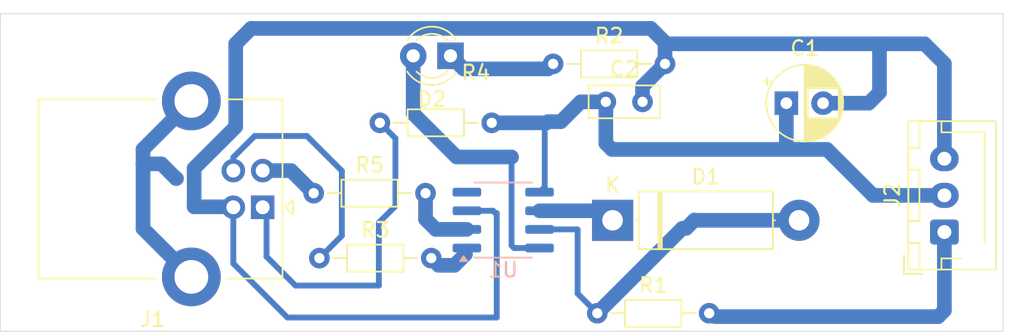
<source format=kicad_pcb>
(kicad_pcb (version 20240108) (generator "pcbnew") (generator_version "8.0")
  (layers (0 "F.Cu" signal) (31 "B.Cu" signal) (34 "B.Paste" user) (35 "F.Paste" user) (36 "B.SilkS" user "B.Silkscreen") (37 "F.SilkS" user "F.Silkscreen") (38 "B.Mask" user) (39 "F.Mask" user) (44 "Edge.Cuts" user))
  (net 0 "")
  (net 1 "Net-(D1-K)")
  (net 2 "Net-(D1-A)")
  (net 3 "Net-(D2-A)")
  (net 4 "Net-(D2-K)")
  (net 5 "Net-(J1-D+)")
  (net 6 "GND")
  (net 7 "Net-(J1-D-)")
  (net 8 "+5V")
  (net 9 "UPDI")
  (net 11 "Net-(J1-VBUS)")
  (net 12 "unconnected-(J1-Shield-Pad5)")
  (net 13 "Net-(U1-UD+)")
  (net 14 "Net-(U1-UD-)")
  (footprint "Connector_JST:JST_XH_B3B-XH-AM_1x03_P2.50mm_Vertical" (layer "F.Cu") (at 123.76 78.01 90)
    (property "Reference" "J2" (at 2.5 -3.55 90) (layer "F.SilkS"))
    (property "Value" "UPDI")
    (fp_line (start -1.6 -2.75) (end -2.85 -2.75) (stroke (width 0.12)) (layer "F.SilkS"))
    (fp_line (start -2.85 -2.75) (end -2.85 -1.5) (stroke (width 0.12)) (layer "F.SilkS"))
    (fp_line (start 7.56 -2.46) (end -2.56 -2.46) (stroke (width 0.12)) (layer "F.SilkS"))
    (fp_line (start -2.56 -2.46) (end -2.56 3.51) (stroke (width 0.12)) (layer "F.SilkS"))
    (fp_line (start 7.55 -2.45) (end 5.75 -2.45) (stroke (width 0.12)) (layer "F.SilkS"))
    (fp_line (start 5.75 -2.45) (end 5.75 -1.7) (stroke (width 0.12)) (layer "F.SilkS"))
    (fp_line (start 4.25 -2.45) (end 0.75 -2.45) (stroke (width 0.12)) (layer "F.SilkS"))
    (fp_line (start 0.75 -2.45) (end 0.75 -1.7) (stroke (width 0.12)) (layer "F.SilkS"))
    (fp_line (start -0.75 -2.45) (end -2.55 -2.45) (stroke (width 0.12)) (layer "F.SilkS"))
    (fp_line (start -2.55 -2.45) (end -2.55 -1.7) (stroke (width 0.12)) (layer "F.SilkS"))
    (fp_line (start 7.55 -1.7) (end 7.55 -2.45) (stroke (width 0.12)) (layer "F.SilkS"))
    (fp_line (start 5.75 -1.7) (end 7.55 -1.7) (stroke (width 0.12)) (layer "F.SilkS"))
    (fp_line (start 4.25 -1.7) (end 4.25 -2.45) (stroke (width 0.12)) (layer "F.SilkS"))
    (fp_line (start 0.75 -1.7) (end 4.25 -1.7) (stroke (width 0.12)) (layer "F.SilkS"))
    (fp_line (start -0.75 -1.7) (end -0.75 -2.45) (stroke (width 0.12)) (layer "F.SilkS"))
    (fp_line (start -2.55 -1.7) (end -0.75 -1.7) (stroke (width 0.12)) (layer "F.SilkS"))
    (fp_line (start 7.55 -0.2) (end 6.8 -0.2) (stroke (width 0.12)) (layer "F.SilkS"))
    (fp_line (start 6.8 -0.2) (end 6.8 2.75) (stroke (width 0.12)) (layer "F.SilkS"))
    (fp_line (start -1.8 -0.2) (end -1.8 1.14) (stroke (width 0.12)) (layer "F.SilkS"))
    (fp_line (start -2.55 -0.2) (end -1.8 -0.2) (stroke (width 0.12)) (layer "F.SilkS"))
    (fp_line (start 6.8 2.75) (end 2.5 2.75) (stroke (width 0.12)) (layer "F.SilkS"))
    (fp_line (start 2.5 2.75) (end -0.74 2.75) (stroke (width 0.12)) (layer "F.SilkS"))
    (fp_line (start 7.56 3.51) (end 7.56 -2.46) (stroke (width 0.12)) (layer "F.SilkS"))
    (fp_line (start -2.56 3.51) (end 7.56 3.51) (stroke (width 0.12)) (layer "F.SilkS"))
    (pad "" np_thru_hole circle (at -1.6 2 90) (size 1.2 1.2) (drill 1.2) (layers "*.Cu" "*.Mask"))
    (pad "1" thru_hole roundrect (at 0 0 90) (size 1.7 1.95) (drill 0.95) (layers "*.Cu" "*.Mask") (roundrect_rratio 0.147059) (net 9 "UPDI"))
    (pad "2" thru_hole oval (at 2.5 0 90) (size 1.7 1.95) (drill 0.95) (layers "*.Cu" "*.Mask") (net 8 "+5V"))
    (pad "3" thru_hole oval (at 5 0 90) (size 1.7 1.95) (drill 0.95) (layers "*.Cu" "*.Mask") (net 6 "GND"))
  )
  (footprint "Capacitor_THT:CP_Radial_D5.0mm_P2.50mm" (layer "F.Cu") (at 112.994888 69.22)
    (property "Reference" "C1" (at 1.25 -3.75 360) (layer "F.SilkS"))
    (property "Value" "220uf")
    (fp_line (start -1.554775 -1.475) (end -1.054775 -1.475) (stroke (width 0.12)) (layer "F.SilkS"))
    (fp_line (start -1.304775 -1.725) (end -1.304775 -1.225) (stroke (width 0.12)) (layer "F.SilkS"))
    (fp_line (start 1.25 -2.58) (end 1.25 2.58) (stroke (width 0.12)) (layer "F.SilkS"))
    (fp_line (start 1.29 -2.58) (end 1.29 2.58) (stroke (width 0.12)) (layer "F.SilkS"))
    (fp_line (start 1.33 -2.579) (end 1.33 2.579) (stroke (width 0.12)) (layer "F.SilkS"))
    (fp_line (start 1.37 -2.578) (end 1.37 2.578) (stroke (width 0.12)) (layer "F.SilkS"))
    (fp_line (start 1.41 -2.576) (end 1.41 2.576) (stroke (width 0.12)) (layer "F.SilkS"))
    (fp_line (start 1.45 -2.573) (end 1.45 2.573) (stroke (width 0.12)) (layer "F.SilkS"))
    (fp_line (start 1.49 -2.569) (end 1.49 -1.04) (stroke (width 0.12)) (layer "F.SilkS"))
    (fp_line (start 1.49 1.04) (end 1.49 2.569) (stroke (width 0.12)) (layer "F.SilkS"))
    (fp_line (start 1.53 -2.565) (end 1.53 -1.04) (stroke (width 0.12)) (layer "F.SilkS"))
    (fp_line (start 1.53 1.04) (end 1.53 2.565) (stroke (width 0.12)) (layer "F.SilkS"))
    (fp_line (start 1.57 -2.561) (end 1.57 -1.04) (stroke (width 0.12)) (layer "F.SilkS"))
    (fp_line (start 1.57 1.04) (end 1.57 2.561) (stroke (width 0.12)) (layer "F.SilkS"))
    (fp_line (start 1.61 -2.556) (end 1.61 -1.04) (stroke (width 0.12)) (layer "F.SilkS"))
    (fp_line (start 1.61 1.04) (end 1.61 2.556) (stroke (width 0.12)) (layer "F.SilkS"))
    (fp_line (start 1.65 -2.55) (end 1.65 -1.04) (stroke (width 0.12)) (layer "F.SilkS"))
    (fp_line (start 1.65 1.04) (end 1.65 2.55) (stroke (width 0.12)) (layer "F.SilkS"))
    (fp_line (start 1.69 -2.543) (end 1.69 -1.04) (stroke (width 0.12)) (layer "F.SilkS"))
    (fp_line (start 1.69 1.04) (end 1.69 2.543) (stroke (width 0.12)) (layer "F.SilkS"))
    (fp_line (start 1.73 -2.536) (end 1.73 -1.04) (stroke (width 0.12)) (layer "F.SilkS"))
    (fp_line (start 1.73 1.04) (end 1.73 2.536) (stroke (width 0.12)) (layer "F.SilkS"))
    (fp_line (start 1.77 -2.528) (end 1.77 -1.04) (stroke (width 0.12)) (layer "F.SilkS"))
    (fp_line (start 1.77 1.04) (end 1.77 2.528) (stroke (width 0.12)) (layer "F.SilkS"))
    (fp_line (start 1.81 -2.52) (end 1.81 -1.04) (stroke (width 0.12)) (layer "F.SilkS"))
    (fp_line (start 1.81 1.04) (end 1.81 2.52) (stroke (width 0.12)) (layer "F.SilkS"))
    (fp_line (start 1.85 -2.511) (end 1.85 -1.04) (stroke (width 0.12)) (layer "F.SilkS"))
    (fp_line (start 1.85 1.04) (end 1.85 2.511) (stroke (width 0.12)) (layer "F.SilkS"))
    (fp_line (start 1.89 -2.501) (end 1.89 -1.04) (stroke (width 0.12)) (layer "F.SilkS"))
    (fp_line (start 1.89 1.04) (end 1.89 2.501) (stroke (width 0.12)) (layer "F.SilkS"))
    (fp_line (start 1.93 -2.491) (end 1.93 -1.04) (stroke (width 0.12)) (layer "F.SilkS"))
    (fp_line (start 1.93 1.04) (end 1.93 2.491) (stroke (width 0.12)) (layer "F.SilkS"))
    (fp_line (start 1.971 -2.48) (end 1.971 -1.04) (stroke (width 0.12)) (layer "F.SilkS"))
    (fp_line (start 1.971 1.04) (end 1.971 2.48) (stroke (width 0.12)) (layer "F.SilkS"))
    (fp_line (start 2.011 -2.468) (end 2.011 -1.04) (stroke (width 0.12)) (layer "F.SilkS"))
    (fp_line (start 2.011 1.04) (end 2.011 2.468) (stroke (width 0.12)) (layer "F.SilkS"))
    (fp_line (start 2.051 -2.455) (end 2.051 -1.04) (stroke (width 0.12)) (layer "F.SilkS"))
    (fp_line (start 2.051 1.04) (end 2.051 2.455) (stroke (width 0.12)) (layer "F.SilkS"))
    (fp_line (start 2.091 -2.442) (end 2.091 -1.04) (stroke (width 0.12)) (layer "F.SilkS"))
    (fp_line (start 2.091 1.04) (end 2.091 2.442) (stroke (width 0.12)) (layer "F.SilkS"))
    (fp_line (start 2.131 -2.428) (end 2.131 -1.04) (stroke (width 0.12)) (layer "F.SilkS"))
    (fp_line (start 2.131 1.04) (end 2.131 2.428) (stroke (width 0.12)) (layer "F.SilkS"))
    (fp_line (start 2.171 -2.414) (end 2.171 -1.04) (stroke (width 0.12)) (layer "F.SilkS"))
    (fp_line (start 2.171 1.04) (end 2.171 2.414) (stroke (width 0.12)) (layer "F.SilkS"))
    (fp_line (start 2.211 -2.398) (end 2.211 -1.04) (stroke (width 0.12)) (layer "F.SilkS"))
    (fp_line (start 2.211 1.04) (end 2.211 2.398) (stroke (width 0.12)) (layer "F.SilkS"))
    (fp_line (start 2.251 -2.382) (end 2.251 -1.04) (stroke (width 0.12)) (layer "F.SilkS"))
    (fp_line (start 2.251 1.04) (end 2.251 2.382) (stroke (width 0.12)) (layer "F.SilkS"))
    (fp_line (start 2.291 -2.365) (end 2.291 -1.04) (stroke (width 0.12)) (layer "F.SilkS"))
    (fp_line (start 2.291 1.04) (end 2.291 2.365) (stroke (width 0.12)) (layer "F.SilkS"))
    (fp_line (start 2.331 -2.348) (end 2.331 -1.04) (stroke (width 0.12)) (layer "F.SilkS"))
    (fp_line (start 2.331 1.04) (end 2.331 2.348) (stroke (width 0.12)) (layer "F.SilkS"))
    (fp_line (start 2.371 -2.329) (end 2.371 -1.04) (stroke (width 0.12)) (layer "F.SilkS"))
    (fp_line (start 2.371 1.04) (end 2.371 2.329) (stroke (width 0.12)) (layer "F.SilkS"))
    (fp_line (start 2.411 -2.31) (end 2.411 -1.04) (stroke (width 0.12)) (layer "F.SilkS"))
    (fp_line (start 2.411 1.04) (end 2.411 2.31) (stroke (width 0.12)) (layer "F.SilkS"))
    (fp_line (start 2.451 -2.29) (end 2.451 -1.04) (stroke (width 0.12)) (layer "F.SilkS"))
    (fp_line (start 2.451 1.04) (end 2.451 2.29) (stroke (width 0.12)) (layer "F.SilkS"))
    (fp_line (start 2.491 -2.268) (end 2.491 -1.04) (stroke (width 0.12)) (layer "F.SilkS"))
    (fp_line (start 2.491 1.04) (end 2.491 2.268) (stroke (width 0.12)) (layer "F.SilkS"))
    (fp_line (start 2.531 -2.247) (end 2.531 -1.04) (stroke (width 0.12)) (layer "F.SilkS"))
    (fp_line (start 2.531 1.04) (end 2.531 2.247) (stroke (width 0.12)) (layer "F.SilkS"))
    (fp_line (start 2.571 -2.224) (end 2.571 -1.04) (stroke (width 0.12)) (layer "F.SilkS"))
    (fp_line (start 2.571 1.04) (end 2.571 2.224) (stroke (width 0.12)) (layer "F.SilkS"))
    (fp_line (start 2.611 -2.2) (end 2.611 -1.04) (stroke (width 0.12)) (layer "F.SilkS"))
    (fp_line (start 2.611 1.04) (end 2.611 2.2) (stroke (width 0.12)) (layer "F.SilkS"))
    (fp_line (start 2.651 -2.175) (end 2.651 -1.04) (stroke (width 0.12)) (layer "F.SilkS"))
    (fp_line (start 2.651 1.04) (end 2.651 2.175) (stroke (width 0.12)) (layer "F.SilkS"))
    (fp_line (start 2.691 -2.149) (end 2.691 -1.04) (stroke (width 0.12)) (layer "F.SilkS"))
    (fp_line (start 2.691 1.04) (end 2.691 2.149) (stroke (width 0.12)) (layer "F.SilkS"))
    (fp_line (start 2.731 -2.122) (end 2.731 -1.04) (stroke (width 0.12)) (layer "F.SilkS"))
    (fp_line (start 2.731 1.04) (end 2.731 2.122) (stroke (width 0.12)) (layer "F.SilkS"))
    (fp_line (start 2.771 -2.095) (end 2.771 -1.04) (stroke (width 0.12)) (layer "F.SilkS"))
    (fp_line (start 2.771 1.04) (end 2.771 2.095) (stroke (width 0.12)) (layer "F.SilkS"))
    (fp_line (start 2.811 -2.065) (end 2.811 -1.04) (stroke (width 0.12)) (layer "F.SilkS"))
    (fp_line (start 2.811 1.04) (end 2.811 2.065) (stroke (width 0.12)) (layer "F.SilkS"))
    (fp_line (start 2.851 -2.035) (end 2.851 -1.04) (stroke (width 0.12)) (layer "F.SilkS"))
    (fp_line (start 2.851 1.04) (end 2.851 2.035) (stroke (width 0.12)) (layer "F.SilkS"))
    (fp_line (start 2.891 -2.004) (end 2.891 -1.04) (stroke (width 0.12)) (layer "F.SilkS"))
    (fp_line (start 2.891 1.04) (end 2.891 2.004) (stroke (width 0.12)) (layer "F.SilkS"))
    (fp_line (start 2.931 -1.971) (end 2.931 -1.04) (stroke (width 0.12)) (layer "F.SilkS"))
    (fp_line (start 2.931 1.04) (end 2.931 1.971) (stroke (width 0.12)) (layer "F.SilkS"))
    (fp_line (start 2.971 -1.937) (end 2.971 -1.04) (stroke (width 0.12)) (layer "F.SilkS"))
    (fp_line (start 2.971 1.04) (end 2.971 1.937) (stroke (width 0.12)) (layer "F.SilkS"))
    (fp_line (start 3.011 -1.901) (end 3.011 -1.04) (stroke (width 0.12)) (layer "F.SilkS"))
    (fp_line (start 3.011 1.04) (end 3.011 1.901) (stroke (width 0.12)) (layer "F.SilkS"))
    (fp_line (start 3.051 -1.864) (end 3.051 -1.04) (stroke (width 0.12)) (layer "F.SilkS"))
    (fp_line (start 3.051 1.04) (end 3.051 1.864) (stroke (width 0.12)) (layer "F.SilkS"))
    (fp_line (start 3.091 -1.826) (end 3.091 -1.04) (stroke (width 0.12)) (layer "F.SilkS"))
    (fp_line (start 3.091 1.04) (end 3.091 1.826) (stroke (width 0.12)) (layer "F.SilkS"))
    (fp_line (start 3.131 -1.785) (end 3.131 -1.04) (stroke (width 0.12)) (layer "F.SilkS"))
    (fp_line (start 3.131 1.04) (end 3.131 1.785) (stroke (width 0.12)) (layer "F.SilkS"))
    (fp_line (start 3.171 -1.743) (end 3.171 -1.04) (stroke (width 0.12)) (layer "F.SilkS"))
    (fp_line (start 3.171 1.04) (end 3.171 1.743) (stroke (width 0.12)) (layer "F.SilkS"))
    (fp_line (start 3.211 -1.699) (end 3.211 -1.04) (stroke (width 0.12)) (layer "F.SilkS"))
    (fp_line (start 3.211 1.04) (end 3.211 1.699) (stroke (width 0.12)) (layer "F.SilkS"))
    (fp_line (start 3.251 -1.653) (end 3.251 -1.04) (stroke (width 0.12)) (layer "F.SilkS"))
    (fp_line (start 3.251 1.04) (end 3.251 1.653) (stroke (width 0.12)) (layer "F.SilkS"))
    (fp_line (start 3.291 -1.605) (end 3.291 -1.04) (stroke (width 0.12)) (layer "F.SilkS"))
    (fp_line (start 3.291 1.04) (end 3.291 1.605) (stroke (width 0.12)) (layer "F.SilkS"))
    (fp_line (start 3.331 -1.554) (end 3.331 -1.04) (stroke (width 0.12)) (layer "F.SilkS"))
    (fp_line (start 3.331 1.04) (end 3.331 1.554) (stroke (width 0.12)) (layer "F.SilkS"))
    (fp_line (start 3.371 -1.5) (end 3.371 -1.04) (stroke (width 0.12)) (layer "F.SilkS"))
    (fp_line (start 3.371 1.04) (end 3.371 1.5) (stroke (width 0.12)) (layer "F.SilkS"))
    (fp_line (start 3.411 -1.443) (end 3.411 -1.04) (stroke (width 0.12)) (layer "F.SilkS"))
    (fp_line (start 3.411 1.04) (end 3.411 1.443) (stroke (width 0.12)) (layer "F.SilkS"))
    (fp_line (start 3.451 -1.383) (end 3.451 -1.04) (stroke (width 0.12)) (layer "F.SilkS"))
    (fp_line (start 3.451 1.04) (end 3.451 1.383) (stroke (width 0.12)) (layer "F.SilkS"))
    (fp_line (start 3.491 -1.319) (end 3.491 -1.04) (stroke (width 0.12)) (layer "F.SilkS"))
    (fp_line (start 3.491 1.04) (end 3.491 1.319) (stroke (width 0.12)) (layer "F.SilkS"))
    (fp_line (start 3.531 -1.251) (end 3.531 -1.04) (stroke (width 0.12)) (layer "F.SilkS"))
    (fp_line (start 3.531 1.04) (end 3.531 1.251) (stroke (width 0.12)) (layer "F.SilkS"))
    (fp_line (start 3.571 -1.178) (end 3.571 1.178) (stroke (width 0.12)) (layer "F.SilkS"))
    (fp_line (start 3.611 -1.098) (end 3.611 1.098) (stroke (width 0.12)) (layer "F.SilkS"))
    (fp_line (start 3.651 -1.011) (end 3.651 1.011) (stroke (width 0.12)) (layer "F.SilkS"))
    (fp_line (start 3.691 -0.915) (end 3.691 0.915) (stroke (width 0.12)) (layer "F.SilkS"))
    (fp_line (start 3.731 -0.805) (end 3.731 0.805) (stroke (width 0.12)) (layer "F.SilkS"))
    (fp_line (start 3.771 -0.677) (end 3.771 0.677) (stroke (width 0.12)) (layer "F.SilkS"))
    (fp_line (start 3.811 -0.518) (end 3.811 0.518) (stroke (width 0.12)) (layer "F.SilkS"))
    (fp_line (start 3.851 -0.284) (end 3.851 0.284) (stroke (width 0.12)) (layer "F.SilkS"))
    (fp_circle (center 1.25 0) (end 3.87 0) (stroke (width 0.12)) (fill none) (layer "F.SilkS"))
    (pad "1" thru_hole rect (at 0 0) (size 1.6 1.6) (drill 0.8) (layers "*.Cu" "*.Mask") (net 8 "+5V"))
    (pad "2" thru_hole circle (at 2.5 0) (size 1.6 1.6) (drill 0.8) (layers "*.Cu" "*.Mask") (net 6 "GND"))
  )
  (footprint "Resistor_THT:R_Axial_DIN0204_L3.6mm_D1.6mm_P7.62mm_Horizontal" (layer "F.Cu") (at 85.31 70.56)
    (property "Reference" "R4" (at 6.535 -3.42 0) (layer "F.SilkS"))
    (property "Value" "1K")
    (fp_line (start 0.94 0) (end 1.89 0) (stroke (width 0.12)) (layer "F.SilkS"))
    (fp_line (start 1.89 -0.92) (end 1.89 0.92) (stroke (width 0.12)) (layer "F.SilkS"))
    (fp_line (start 1.89 0.92) (end 5.73 0.92) (stroke (width 0.12)) (layer "F.SilkS"))
    (fp_line (start 5.73 -0.92) (end 1.89 -0.92) (stroke (width 0.12)) (layer "F.SilkS"))
    (fp_line (start 5.73 0.92) (end 5.73 -0.92) (stroke (width 0.12)) (layer "F.SilkS"))
    (fp_line (start 6.68 0) (end 5.73 0) (stroke (width 0.12)) (layer "F.SilkS"))
    (pad "1" thru_hole circle (at 0 0) (size 1.4 1.4) (drill 0.7) (layers "*.Cu" "*.Mask") (net 11 "Net-(J1-VBUS)"))
    (pad "2" thru_hole oval (at 7.62 0) (size 1.4 1.4) (drill 0.7) (layers "*.Cu" "*.Mask") (net 8 "+5V"))
  )
  (footprint "LED_THT:LED_D3.0mm" (layer "F.Cu") (at 90.12 65.99 180)
    (property "Reference" "D2" (at 1.27 -2.96 360) (layer "F.SilkS"))
    (property "Value" "LED")
    (fp_line (start -0.29 1.08) (end -0.29 1.236) (stroke (width 0.12)) (layer "F.SilkS"))
    (fp_line (start -0.29 -1.236) (end -0.29 -1.08) (stroke (width 0.12)) (layer "F.SilkS"))
    (fp_arc (start 2.942335 1.078608) (mid 1.366487 1.987659) (end -0.29 1.235516) (stroke (width 0.12)) (layer "F.SilkS"))
    (fp_arc (start 2.31113 1.079837) (mid 1.270117 1.5) (end 0.229039 1.08) (stroke (width 0.12)) (layer "F.SilkS"))
    (fp_arc (start 0.229039 -1.08) (mid 1.270117 -1.5) (end 2.31113 -1.079837) (stroke (width 0.12)) (layer "F.SilkS"))
    (fp_arc (start -0.29 -1.235516) (mid 1.366487 -1.987659) (end 2.942335 -1.078608) (stroke (width 0.12)) (layer "F.SilkS"))
    (pad "1" thru_hole rect (at 0 0 180) (size 1.8 1.8) (drill 0.9) (layers "*.Cu" "*.Mask") (net 4 "Net-(D2-K)"))
    (pad "2" thru_hole circle (at 2.54 0 180) (size 1.8 1.8) (drill 0.9) (layers "*.Cu" "*.Mask") (net 3 "Net-(D2-A)"))
  )
  (footprint "Resistor_THT:R_Axial_DIN0204_L3.6mm_D1.6mm_P7.62mm_Horizontal" (layer "F.Cu") (at 100.12 83.55)
    (property "Reference" "R1" (at 3.81 -1.92 360) (layer "F.SilkS"))
    (property "Value" "470OHM")
    (fp_line (start 0.94 0) (end 1.89 0) (stroke (width 0.12)) (layer "F.SilkS"))
    (fp_line (start 1.89 -0.92) (end 1.89 0.92) (stroke (width 0.12)) (layer "F.SilkS"))
    (fp_line (start 1.89 0.92) (end 5.73 0.92) (stroke (width 0.12)) (layer "F.SilkS"))
    (fp_line (start 5.73 -0.92) (end 1.89 -0.92) (stroke (width 0.12)) (layer "F.SilkS"))
    (fp_line (start 5.73 0.92) (end 5.73 -0.92) (stroke (width 0.12)) (layer "F.SilkS"))
    (fp_line (start 6.68 0) (end 5.73 0) (stroke (width 0.12)) (layer "F.SilkS"))
    (pad "1" thru_hole circle (at 0 0) (size 1.4 1.4) (drill 0.7) (layers "*.Cu" "*.Mask") (net 2 "Net-(D1-A)"))
    (pad "2" thru_hole oval (at 7.62 0) (size 1.4 1.4) (drill 0.7) (layers "*.Cu" "*.Mask") (net 9 "UPDI"))
  )
  (footprint "Resistor_THT:R_Axial_DIN0204_L3.6mm_D1.6mm_P7.62mm_Horizontal" (layer "F.Cu") (at 97.11 66.54)
    (property "Reference" "R2" (at 3.81 -1.92 0) (layer "F.SilkS"))
    (property "Value" "1K")
    (fp_line (start 0.94 0) (end 1.89 0) (stroke (width 0.12)) (layer "F.SilkS"))
    (fp_line (start 1.89 -0.92) (end 1.89 0.92) (stroke (width 0.12)) (layer "F.SilkS"))
    (fp_line (start 1.89 0.92) (end 5.73 0.92) (stroke (width 0.12)) (layer "F.SilkS"))
    (fp_line (start 5.73 -0.92) (end 1.89 -0.92) (stroke (width 0.12)) (layer "F.SilkS"))
    (fp_line (start 5.73 0.92) (end 5.73 -0.92) (stroke (width 0.12)) (layer "F.SilkS"))
    (fp_line (start 6.68 0) (end 5.73 0) (stroke (width 0.12)) (layer "F.SilkS"))
    (pad "1" thru_hole circle (at 0 0) (size 1.4 1.4) (drill 0.7) (layers "*.Cu" "*.Mask") (net 4 "Net-(D2-K)"))
    (pad "2" thru_hole oval (at 7.62 0) (size 1.4 1.4) (drill 0.7) (layers "*.Cu" "*.Mask") (net 6 "GND"))
  )
  (footprint "Capacitor_THT:C_Rect_L4.6mm_W2.0mm_P2.50mm_MKS02_FKP02" (layer "F.Cu") (at 100.7 69.13)
    (property "Reference" "C2" (at 1.25 -2.25 360) (layer "F.SilkS"))
    (property "Value" "C")
    (fp_line (start -1.17 -1.12) (end -1.17 1.12) (stroke (width 0.12)) (layer "F.SilkS"))
    (fp_line (start -1.17 -1.12) (end 3.67 -1.12) (stroke (width 0.12)) (layer "F.SilkS"))
    (fp_line (start -1.17 1.12) (end 3.67 1.12) (stroke (width 0.12)) (layer "F.SilkS"))
    (fp_line (start 3.67 -1.12) (end 3.67 1.12) (stroke (width 0.12)) (layer "F.SilkS"))
    (pad "1" thru_hole circle (at 0 0) (size 1.4 1.4) (drill 0.7) (layers "*.Cu" "*.Mask") (net 8 "+5V"))
    (pad "2" thru_hole circle (at 2.5 0) (size 1.4 1.4) (drill 0.7) (layers "*.Cu" "*.Mask") (net 6 "GND"))
  )
  (footprint "Diode_THT:D_5W_P12.70mm_Horizontal" (layer "F.Cu") (at 101.16 77.21)
    (property "Reference" "D1" (at 6.35 -2.97 360) (layer "F.SilkS"))
    (property "Value" "D")
    (fp_line (start 1.64 0) (end 1.78 0) (stroke (width 0.12)) (layer "F.SilkS"))
    (fp_line (start 1.78 -1.97) (end 1.78 1.97) (stroke (width 0.12)) (layer "F.SilkS"))
    (fp_line (start 1.78 1.97) (end 10.92 1.97) (stroke (width 0.12)) (layer "F.SilkS"))
    (fp_line (start 3.115 -1.97) (end 3.115 1.97) (stroke (width 0.12)) (layer "F.SilkS"))
    (fp_line (start 3.235 -1.97) (end 3.235 1.97) (stroke (width 0.12)) (layer "F.SilkS"))
    (fp_line (start 3.355 -1.97) (end 3.355 1.97) (stroke (width 0.12)) (layer "F.SilkS"))
    (fp_line (start 10.92 -1.97) (end 1.78 -1.97) (stroke (width 0.12)) (layer "F.SilkS"))
    (fp_line (start 10.92 1.97) (end 10.92 -1.97) (stroke (width 0.12)) (layer "F.SilkS"))
    (fp_line (start 11.06 0) (end 10.92 0) (stroke (width 0.12)) (layer "F.SilkS"))
    (fp_text user "K" (at 0 -2.4 360) (layer "F.SilkS"))
    (pad "1" thru_hole rect (at 0 0) (size 2.8 2.8) (drill 1.4) (layers "*.Cu" "*.Mask") (net 1 "Net-(D1-K)"))
    (pad "2" thru_hole oval (at 12.7 0) (size 2.8 2.8) (drill 1.4) (layers "*.Cu" "*.Mask") (net 2 "Net-(D1-A)"))
  )
  (footprint "Connector_USB:USB_B_Lumberg_2411_02_Horizontal" (layer "F.Cu") (at 77.3275 76.32 180)
    (property "Reference" "J1" (at 7.5 -7.65 360) (layer "F.SilkS"))
    (property "Value" "USB_B")
    (fp_line (start 15.27 7.36) (end 15.27 -4.86) (stroke (width 0.12)) (layer "F.SilkS"))
    (fp_line (start 15.27 7.36) (end 7.3 7.36) (stroke (width 0.12)) (layer "F.SilkS"))
    (fp_line (start 15.27 -4.86) (end 7.3 -4.86) (stroke (width 0.12)) (layer "F.SilkS"))
    (fp_line (start -1.35 7.36) (end 2.4 7.36) (stroke (width 0.12)) (layer "F.SilkS"))
    (fp_line (start -1.35 7.36) (end -1.35 -4.86) (stroke (width 0.12)) (layer "F.SilkS"))
    (fp_line (start -1.35 -4.86) (end 2.4 -4.86) (stroke (width 0.12)) (layer "F.SilkS"))
    (fp_line (start -1.55 0) (end -2.05 -0.5) (stroke (width 0.12)) (layer "F.SilkS"))
    (fp_line (start -2.05 0.5) (end -1.55 0) (stroke (width 0.12)) (layer "F.SilkS"))
    (fp_line (start -2.05 -0.5) (end -2.05 0.5) (stroke (width 0.12)) (layer "F.SilkS"))
    (pad "1" thru_hole rect (at 0 0 270) (size 1.6 1.6) (drill 0.95) (layers "*.Cu" "*.Mask") (net 11 "Net-(J1-VBUS)"))
    (pad "2" thru_hole circle (at 0 2.5 270) (size 1.6 1.6) (drill 0.95) (layers "*.Cu" "*.Mask") (net 7 "Net-(J1-D-)"))
    (pad "3" thru_hole circle (at 2 2.5 270) (size 1.6 1.6) (drill 0.95) (layers "*.Cu" "*.Mask") (net 5 "Net-(J1-D+)"))
    (pad "4" thru_hole circle (at 2 0 270) (size 1.6 1.6) (drill 0.95) (layers "*.Cu" "*.Mask") (net 6 "GND"))
    (pad "5" thru_hole circle (at 4.86 -4.75 270) (size 4 4) (drill 2.3) (layers "*.Cu" "*.Mask") (net 12 "unconnected-(J1-Shield-Pad5)"))
    (pad "5" thru_hole circle (at 4.86 7.25 270) (size 4 4) (drill 2.3) (layers "*.Cu" "*.Mask") (net 12 "unconnected-(J1-Shield-Pad5)"))
  )
  (footprint "Resistor_THT:R_Axial_DIN0204_L3.6mm_D1.6mm_P7.62mm_Horizontal" (layer "F.Cu") (at 81.19 79.79)
    (property "Reference" "R3" (at 3.81 -1.92 0) (layer "F.SilkS"))
    (property "Value" "22R")
    (fp_line (start 0.94 0) (end 1.89 0) (stroke (width 0.12)) (layer "F.SilkS"))
    (fp_line (start 1.89 -0.92) (end 1.89 0.92) (stroke (width 0.12)) (layer "F.SilkS"))
    (fp_line (start 1.89 0.92) (end 5.73 0.92) (stroke (width 0.12)) (layer "F.SilkS"))
    (fp_line (start 5.73 -0.92) (end 1.89 -0.92) (stroke (width 0.12)) (layer "F.SilkS"))
    (fp_line (start 5.73 0.92) (end 5.73 -0.92) (stroke (width 0.12)) (layer "F.SilkS"))
    (fp_line (start 6.68 0) (end 5.73 0) (stroke (width 0.12)) (layer "F.SilkS"))
    (pad "1" thru_hole circle (at 0 0) (size 1.4 1.4) (drill 0.7) (layers "*.Cu" "*.Mask") (net 5 "Net-(J1-D+)"))
    (pad "2" thru_hole oval (at 7.62 0) (size 1.4 1.4) (drill 0.7) (layers "*.Cu" "*.Mask") (net 13 "Net-(U1-UD+)"))
  )
  (footprint "Resistor_THT:R_Axial_DIN0204_L3.6mm_D1.6mm_P7.62mm_Horizontal" (layer "F.Cu") (at 80.8 75.36)
    (property "Reference" "R5" (at 3.81 -1.92 0) (layer "F.SilkS"))
    (property "Value" "22R")
    (fp_line (start 0.94 0) (end 1.89 0) (stroke (width 0.12)) (layer "F.SilkS"))
    (fp_line (start 1.89 -0.92) (end 1.89 0.92) (stroke (width 0.12)) (layer "F.SilkS"))
    (fp_line (start 1.89 0.92) (end 5.73 0.92) (stroke (width 0.12)) (layer "F.SilkS"))
    (fp_line (start 5.73 -0.92) (end 1.89 -0.92) (stroke (width 0.12)) (layer "F.SilkS"))
    (fp_line (start 5.73 0.92) (end 5.73 -0.92) (stroke (width 0.12)) (layer "F.SilkS"))
    (fp_line (start 6.68 0) (end 5.73 0) (stroke (width 0.12)) (layer "F.SilkS"))
    (pad "1" thru_hole circle (at 0 0) (size 1.4 1.4) (drill 0.7) (layers "*.Cu" "*.Mask") (net 7 "Net-(J1-D-)"))
    (pad "2" thru_hole oval (at 7.62 0) (size 1.4 1.4) (drill 0.7) (layers "*.Cu" "*.Mask") (net 14 "Net-(U1-UD-)"))
  )
  (footprint "Package_SO:SOIC-8_3.9x4.9mm_P1.27mm" (layer "B.Cu") (at 93.71 77.195)
    (property "Reference" "U1" (at 0 3.4 360) (layer "B.SilkS") (effects (justify mirror)))
    (property "Value" "CH330N")
    (fp_line (start -1.95 -2.56) (end 0 -2.56) (stroke (width 0.12)) (layer "B.SilkS"))
    (fp_line (start -1.95 2.56) (end 0 2.56) (stroke (width 0.12)) (layer "B.SilkS"))
    (fp_line (start 1.95 -2.56) (end 0 -2.56) (stroke (width 0.12)) (layer "B.SilkS"))
    (fp_line (start 1.95 2.56) (end 0 2.56) (stroke (width 0.12)) (layer "B.SilkS"))
    (fp_poly (pts (xy -2.7 2.465) (xy -2.94 2.795) (xy -2.46 2.795) (xy -2.7 2.465)) (stroke (width 0.12)) (fill solid) (layer "B.SilkS"))
    (pad "1" smd roundrect (at -2.475 1.905) (size 1.95 0.6) (layers "B.Cu" "B.Paste" "B.Mask") (net 13 "Net-(U1-UD+)"))
    (pad "2" smd roundrect (at -2.475 0.635) (size 1.95 0.6) (layers "B.Cu" "B.Paste" "B.Mask") (net 14 "Net-(U1-UD-)"))
    (pad "3" smd roundrect (at -2.475 -0.635) (size 1.95 0.6) (layers "B.Cu" "B.Paste" "B.Mask") (net 6 "GND"))
    (pad "4" smd roundrect (at -2.475 -1.905) (size 1.95 0.6) (layers "B.Cu" "B.Paste" "B.Mask"))
    (pad "5" smd roundrect (at 2.475 -1.905) (size 1.95 0.6) (layers "B.Cu" "B.Paste" "B.Mask") (net 8 "+5V"))
    (pad "6" smd roundrect (at 2.475 -0.635) (size 1.95 0.6) (layers "B.Cu" "B.Paste" "B.Mask") (net 1 "Net-(D1-K)"))
    (pad "7" smd roundrect (at 2.475 0.635) (size 1.95 0.6) (layers "B.Cu" "B.Paste" "B.Mask") (net 2 "Net-(D1-A)"))
    (pad "8" smd roundrect (at 2.475 1.905) (size 1.95 0.6) (layers "B.Cu" "B.Paste" "B.Mask") (net 3 "Net-(D2-A)"))
  )
  (gr_rect (start 59.46 63.12) (end 127.76 84.78) (stroke (width 0.05)) (fill none) (layer "Edge.Cuts"))
  (segment (start 96.185 76.56) (end 100.51 76.56) (width 1) (layer "B.Cu") (net 1))
  (segment (start 100.51 76.56) (end 101.16 77.21) (width 0.4) (layer "B.Cu") (net 1))
  (segment (start 106.76 77.21) (end 106.74 77.19) (width 1) (layer "B.Cu") (net 2))
  (segment (start 98.78 77.85) (end 98.78 82.21) (width 0.4) (layer "B.Cu") (net 2))
  (segment (start 106.74 77.19) (end 106.17 77.76) (width 1) (layer "B.Cu") (net 2))
  (segment (start 98.76 77.83) (end 98.78 77.85) (width 0.4) (layer "B.Cu") (net 2))
  (segment (start 96.185 77.83) (end 98.76 77.83) (width 0.4) (layer "B.Cu") (net 2))
  (segment (start 106.17 77.76) (end 105.91 77.76) (width 1) (layer "B.Cu") (net 2))
  (segment (start 98.78 82.21) (end 100.12 83.55) (width 0.4) (layer "B.Cu") (net 2))
  (segment (start 105.91 77.76) (end 100.12 83.55) (width 1) (layer "B.Cu") (net 2))
  (segment (start 113.86 77.21) (end 106.76 77.21) (width 1) (layer "B.Cu") (net 2))
  (segment (start 94.28 78.93) (end 94.45 79.1) (width 0.4) (layer "B.Cu") (net 3))
  (segment (start 90.54 72.89) (end 87.58 69.93) (width 1) (layer "B.Cu") (net 3))
  (segment (start 94.27 72.89) (end 90.54 72.89) (width 1) (layer "B.Cu") (net 3))
  (segment (start 87.58 69.93) (end 87.58 65.99) (width 1) (layer "B.Cu") (net 3))
  (segment (start 94.28 72.9) (end 94.28 78.93) (width 0.4) (layer "B.Cu") (net 3))
  (segment (start 94.28 72.9) (end 94.27 72.89) (width 1) (layer "B.Cu") (net 3))
  (segment (start 94.45 79.1) (end 96.185 79.1) (width 0.4) (layer "B.Cu") (net 3))
  (segment (start 97.11 66.54) (end 96.77 66.88) (width 1) (layer "B.Cu") (net 4))
  (segment (start 91.01 66.88) (end 90.12 65.99) (width 1) (layer "B.Cu") (net 4))
  (segment (start 96.77 66.88) (end 91.01 66.88) (width 1) (layer "B.Cu") (net 4))
  (segment (start 75.3275 72.9125) (end 75.3275 73.82) (width 0.4) (layer "B.Cu") (net 5))
  (segment (start 76.78 71.46) (end 75.3275 72.9125) (width 0.4) (layer "B.Cu") (net 5))
  (segment (start 81.19 79.79) (end 82.72 78.26) (width 0.4) (layer "B.Cu") (net 5))
  (segment (start 82.72 73.84) (end 80.34 71.46) (width 0.4) (layer "B.Cu") (net 5))
  (segment (start 82.72 78.26) (end 82.72 73.84) (width 0.4) (layer "B.Cu") (net 5))
  (segment (start 80.34 71.46) (end 76.78 71.46) (width 0.4) (layer "B.Cu") (net 5))
  (segment (start 75.2975 76.29) (end 72.66 76.29) (width 1) (layer "B.Cu") (net 6))
  (segment (start 75.3275 76.32) (end 75.2975 76.29) (width 1) (layer "B.Cu") (net 6))
  (segment (start 115.494888 69.22) (end 118.61 69.22) (width 1) (layer "B.Cu") (net 6))
  (segment (start 123.76 66.52) (end 122.41 65.17) (width 1) (layer "B.Cu") (net 6))
  (segment (start 93.18 76.72) (end 93.02 76.56) (width 0.4) (layer "B.Cu") (net 6))
  (segment (start 75.3275 80.1575) (end 79.01 83.84) (width 0.4) (layer "B.Cu") (net 6))
  (segment (start 76.54 64.12) (end 103.77 64.12) (width 1) (layer "B.Cu") (net 6))
  (segment (start 119.34 68.49) (end 119.34 65.17) (width 1) (layer "B.Cu") (net 6))
  (segment (start 93.27 83.84) (end 93.27 76.72) (width 0.4) (layer "B.Cu") (net 6))
  (segment (start 93.27 76.72) (end 93.18 76.72) (width 0.4) (layer "B.Cu") (net 6))
  (segment (start 75.49 70.83) (end 75.49 65.17) (width 1) (layer "B.Cu") (net 6))
  (segment (start 72.66 76.29) (end 72.66 73.66) (width 1) (layer "B.Cu") (net 6))
  (segment (start 103.77 64.12) (end 104.82 65.17) (width 1) (layer "B.Cu") (net 6))
  (segment (start 103.2 69.13) (end 103.2 68.07) (width 1) (layer "B.Cu") (net 6))
  (segment (start 123.76 73.01) (end 123.76 66.52) (width 1) (layer "B.Cu") (net 6))
  (segment (start 105.71 65.17) (end 104.82 65.17) (width 1) (layer "B.Cu") (net 6))
  (segment (start 103.2 68.07) (end 104.73 66.54) (width 1) (layer "B.Cu") (net 6))
  (segment (start 104.82 65.17) (end 104.73 65.26) (width 1) (layer "B.Cu") (net 6))
  (segment (start 79.01 83.84) (end 93.27 83.84) (width 0.4) (layer "B.Cu") (net 6))
  (segment (start 118.61 69.22) (end 119.34 68.49) (width 1) (layer "B.Cu") (net 6))
  (segment (start 104.73 65.26) (end 104.73 66.54) (width 1) (layer "B.Cu") (net 6))
  (segment (start 75.49 65.17) (end 76.54 64.12) (width 1) (layer "B.Cu") (net 6))
  (segment (start 119.34 65.17) (end 105.71 65.17) (width 1) (layer "B.Cu") (net 6))
  (segment (start 122.41 65.17) (end 119.34 65.17) (width 1) (layer "B.Cu") (net 6))
  (segment (start 75.3275 76.32) (end 75.3275 80.1575) (width 0.4) (layer "B.Cu") (net 6))
  (segment (start 72.66 73.66) (end 75.49 70.83) (width 1) (layer "B.Cu") (net 6))
  (segment (start 93.02 76.56) (end 91.235 76.56) (width 0.4) (layer "B.Cu") (net 6))
  (segment (start 79.26 73.82) (end 80.8 75.36) (width 1) (layer "B.Cu") (net 7))
  (segment (start 77.3275 73.82) (end 79.26 73.82) (width 1) (layer "B.Cu") (net 7))
  (segment (start 96.77 70.48) (end 96.54 70.71) (width 0.4) (layer "B.Cu") (net 8))
  (segment (start 118.9 75.51) (end 115.764888 72.374888) (width 1) (layer "B.Cu") (net 8))
  (segment (start 112.994888 69.22) (end 112.994888 72.374888) (width 1) (layer "B.Cu") (net 8))
  (segment (start 96.54 70.71) (end 96.54 74.935) (width 0.4) (layer "B.Cu") (net 8))
  (segment (start 96.77 70.48) (end 97.64 70.48) (width 1) (layer "B.Cu") (net 8))
  (segment (start 97.64 70.48) (end 98.99 69.13) (width 1) (layer "B.Cu") (net 8))
  (segment (start 101.114888 72.374888) (end 100.7 71.96) (width 1) (layer "B.Cu") (net 8))
  (segment (start 100.7 71.96) (end 100.7 69.13) (width 1) (layer "B.Cu") (net 8))
  (segment (start 96.54 74.935) (end 96.185 75.29) (width 0.4) (layer "B.Cu") (net 8))
  (segment (start 115.764888 72.374888) (end 112.994888 72.374888) (width 1) (layer "B.Cu") (net 8))
  (segment (start 96.77 70.48) (end 96.69 70.56) (width 1) (layer "B.Cu") (net 8))
  (segment (start 98.99 69.13) (end 100.7 69.13) (width 1) (layer "B.Cu") (net 8))
  (segment (start 123.76 75.51) (end 118.9 75.51) (width 1) (layer "B.Cu") (net 8))
  (segment (start 96.69 70.56) (end 92.93 70.56) (width 1) (layer "B.Cu") (net 8))
  (segment (start 112.994888 72.374888) (end 101.114888 72.374888) (width 1) (layer "B.Cu") (net 8))
  (segment (start 123.34 83.78) (end 108.13 83.78) (width 1) (layer "B.Cu") (net 9))
  (segment (start 123.76 78.01) (end 123.76 83.36) (width 1) (layer "B.Cu") (net 9))
  (segment (start 123.76 83.36) (end 123.34 83.78) (width 1) (layer "B.Cu") (net 9))
  (segment (start 77.58875 76.58125) (end 77.58875 79.68875) (width 0.4) (layer "B.Cu") (net 11))
  (segment (start 77.3275 76.32) (end 77.58875 76.58125) (width 0.4) (layer "B.Cu") (net 11))
  (segment (start 77.58875 79.68875) (end 79.56 81.66) (width 0.4) (layer "B.Cu") (net 11))
  (segment (start 85.24 77.37) (end 86.37 76.24) (width 0.4) (layer "B.Cu") (net 11))
  (segment (start 79.56 81.66) (end 85.24 81.66) (width 0.4) (layer "B.Cu") (net 11))
  (segment (start 86.37 76.24) (end 86.37 71.62) (width 0.4) (layer "B.Cu") (net 11))
  (segment (start 86.37 71.62) (end 85.31 70.56) (width 0.4) (layer "B.Cu") (net 11))
  (segment (start 77.3275 76.32) (end 77.8775 76.87) (width 0.4) (layer "B.Cu") (net 11))
  (segment (start 85.24 81.66) (end 85.24 77.37) (width 0.4) (layer "B.Cu") (net 11))
  (segment (start 69.18 73.36) (end 69.18 72.3575) (width 1) (layer "B.Cu") (net 12))
  (segment (start 71.43 74.36) (end 71.46 74.36) (width 1) (layer "B.Cu") (net 12))
  (segment (start 70.43 73.36) (end 71.43 74.36) (width 1) (layer "B.Cu") (net 12))
  (segment (start 72.4675 81.07) (end 69.18 77.7825) (width 1) (layer "B.Cu") (net 12))
  (segment (start 69.18 73.36) (end 70.43 73.36) (width 1) (layer "B.Cu") (net 12))
  (segment (start 69.18 72.3575) (end 72.4675 69.07) (width 1) (layer "B.Cu") (net 12))
  (segment (start 69.18 77.7825) (end 69.18 73.36) (width 1) (layer "B.Cu") (net 12))
  (segment (start 89.3 80.28) (end 90.39 80.28) (width 1) (layer "B.Cu") (net 13))
  (segment (start 88.81 79.79) (end 89.3 80.28) (width 0.4) (layer "B.Cu") (net 13))
  (segment (start 90.39 80.28) (end 91.14 79.53) (width 1) (layer "B.Cu") (net 13))
  (segment (start 88.42 75.36) (end 88.42 77.13) (width 1) (layer "B.Cu") (net 14))
  (segment (start 88.42 77.13) (end 89.12 77.83) (width 1) (layer "B.Cu") (net 14))
  (segment (start 89.12 77.83) (end 91.235 77.83) (width 1) (layer "B.Cu") (net 14))
)
</source>
